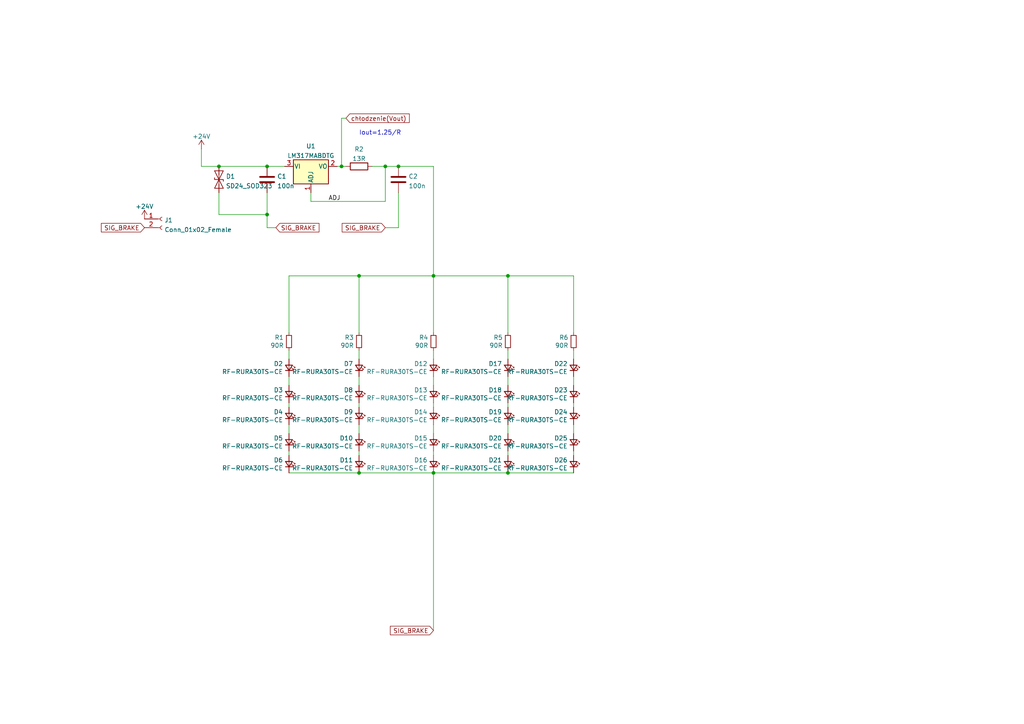
<source format=kicad_sch>
(kicad_sch (version 20211123) (generator eeschema)

  (uuid 31540a7e-dc9e-4e4d-96b1-dab15efa5f4b)

  (paper "A4")

  (title_block
    (title "Brake Light")
    (date "2020-11-22")
    (company "Put Motorsport")
  )

  (lib_symbols
    (symbol "Connector:Conn_01x02_Female" (pin_names (offset 1.016) hide) (in_bom yes) (on_board yes)
      (property "Reference" "J" (id 0) (at 0 2.54 0)
        (effects (font (size 1.27 1.27)))
      )
      (property "Value" "Conn_01x02_Female" (id 1) (at 0 -5.08 0)
        (effects (font (size 1.27 1.27)))
      )
      (property "Footprint" "" (id 2) (at 0 0 0)
        (effects (font (size 1.27 1.27)) hide)
      )
      (property "Datasheet" "~" (id 3) (at 0 0 0)
        (effects (font (size 1.27 1.27)) hide)
      )
      (property "ki_keywords" "connector" (id 4) (at 0 0 0)
        (effects (font (size 1.27 1.27)) hide)
      )
      (property "ki_description" "Generic connector, single row, 01x02, script generated (kicad-library-utils/schlib/autogen/connector/)" (id 5) (at 0 0 0)
        (effects (font (size 1.27 1.27)) hide)
      )
      (property "ki_fp_filters" "Connector*:*_1x??_*" (id 6) (at 0 0 0)
        (effects (font (size 1.27 1.27)) hide)
      )
      (symbol "Conn_01x02_Female_1_1"
        (arc (start 0 -2.032) (mid -0.508 -2.54) (end 0 -3.048)
          (stroke (width 0.1524) (type default) (color 0 0 0 0))
          (fill (type none))
        )
        (polyline
          (pts
            (xy -1.27 -2.54)
            (xy -0.508 -2.54)
          )
          (stroke (width 0.1524) (type default) (color 0 0 0 0))
          (fill (type none))
        )
        (polyline
          (pts
            (xy -1.27 0)
            (xy -0.508 0)
          )
          (stroke (width 0.1524) (type default) (color 0 0 0 0))
          (fill (type none))
        )
        (arc (start 0 0.508) (mid -0.508 0) (end 0 -0.508)
          (stroke (width 0.1524) (type default) (color 0 0 0 0))
          (fill (type none))
        )
        (pin passive line (at -5.08 0 0) (length 3.81)
          (name "Pin_1" (effects (font (size 1.27 1.27))))
          (number "1" (effects (font (size 1.27 1.27))))
        )
        (pin passive line (at -5.08 -2.54 0) (length 3.81)
          (name "Pin_2" (effects (font (size 1.27 1.27))))
          (number "2" (effects (font (size 1.27 1.27))))
        )
      )
    )
    (symbol "Device:C" (pin_numbers hide) (pin_names (offset 0.254)) (in_bom yes) (on_board yes)
      (property "Reference" "C" (id 0) (at 0.635 2.54 0)
        (effects (font (size 1.27 1.27)) (justify left))
      )
      (property "Value" "C" (id 1) (at 0.635 -2.54 0)
        (effects (font (size 1.27 1.27)) (justify left))
      )
      (property "Footprint" "" (id 2) (at 0.9652 -3.81 0)
        (effects (font (size 1.27 1.27)) hide)
      )
      (property "Datasheet" "~" (id 3) (at 0 0 0)
        (effects (font (size 1.27 1.27)) hide)
      )
      (property "ki_keywords" "cap capacitor" (id 4) (at 0 0 0)
        (effects (font (size 1.27 1.27)) hide)
      )
      (property "ki_description" "Unpolarized capacitor" (id 5) (at 0 0 0)
        (effects (font (size 1.27 1.27)) hide)
      )
      (property "ki_fp_filters" "C_*" (id 6) (at 0 0 0)
        (effects (font (size 1.27 1.27)) hide)
      )
      (symbol "C_0_1"
        (polyline
          (pts
            (xy -2.032 -0.762)
            (xy 2.032 -0.762)
          )
          (stroke (width 0.508) (type default) (color 0 0 0 0))
          (fill (type none))
        )
        (polyline
          (pts
            (xy -2.032 0.762)
            (xy 2.032 0.762)
          )
          (stroke (width 0.508) (type default) (color 0 0 0 0))
          (fill (type none))
        )
      )
      (symbol "C_1_1"
        (pin passive line (at 0 3.81 270) (length 2.794)
          (name "~" (effects (font (size 1.27 1.27))))
          (number "1" (effects (font (size 1.27 1.27))))
        )
        (pin passive line (at 0 -3.81 90) (length 2.794)
          (name "~" (effects (font (size 1.27 1.27))))
          (number "2" (effects (font (size 1.27 1.27))))
        )
      )
    )
    (symbol "Device:LED_Small" (pin_numbers hide) (pin_names (offset 0.254) hide) (in_bom yes) (on_board yes)
      (property "Reference" "D" (id 0) (at -1.27 3.175 0)
        (effects (font (size 1.27 1.27)) (justify left))
      )
      (property "Value" "LED_Small" (id 1) (at -4.445 -2.54 0)
        (effects (font (size 1.27 1.27)) (justify left))
      )
      (property "Footprint" "" (id 2) (at 0 0 90)
        (effects (font (size 1.27 1.27)) hide)
      )
      (property "Datasheet" "~" (id 3) (at 0 0 90)
        (effects (font (size 1.27 1.27)) hide)
      )
      (property "ki_keywords" "LED diode light-emitting-diode" (id 4) (at 0 0 0)
        (effects (font (size 1.27 1.27)) hide)
      )
      (property "ki_description" "Light emitting diode, small symbol" (id 5) (at 0 0 0)
        (effects (font (size 1.27 1.27)) hide)
      )
      (property "ki_fp_filters" "LED* LED_SMD:* LED_THT:*" (id 6) (at 0 0 0)
        (effects (font (size 1.27 1.27)) hide)
      )
      (symbol "LED_Small_0_1"
        (polyline
          (pts
            (xy -0.762 -1.016)
            (xy -0.762 1.016)
          )
          (stroke (width 0.254) (type default) (color 0 0 0 0))
          (fill (type none))
        )
        (polyline
          (pts
            (xy 1.016 0)
            (xy -0.762 0)
          )
          (stroke (width 0) (type default) (color 0 0 0 0))
          (fill (type none))
        )
        (polyline
          (pts
            (xy 0.762 -1.016)
            (xy -0.762 0)
            (xy 0.762 1.016)
            (xy 0.762 -1.016)
          )
          (stroke (width 0.254) (type default) (color 0 0 0 0))
          (fill (type none))
        )
        (polyline
          (pts
            (xy 0 0.762)
            (xy -0.508 1.27)
            (xy -0.254 1.27)
            (xy -0.508 1.27)
            (xy -0.508 1.016)
          )
          (stroke (width 0) (type default) (color 0 0 0 0))
          (fill (type none))
        )
        (polyline
          (pts
            (xy 0.508 1.27)
            (xy 0 1.778)
            (xy 0.254 1.778)
            (xy 0 1.778)
            (xy 0 1.524)
          )
          (stroke (width 0) (type default) (color 0 0 0 0))
          (fill (type none))
        )
      )
      (symbol "LED_Small_1_1"
        (pin passive line (at -2.54 0 0) (length 1.778)
          (name "K" (effects (font (size 1.27 1.27))))
          (number "1" (effects (font (size 1.27 1.27))))
        )
        (pin passive line (at 2.54 0 180) (length 1.778)
          (name "A" (effects (font (size 1.27 1.27))))
          (number "2" (effects (font (size 1.27 1.27))))
        )
      )
    )
    (symbol "Device:R" (pin_numbers hide) (pin_names (offset 0)) (in_bom yes) (on_board yes)
      (property "Reference" "R" (id 0) (at 2.032 0 90)
        (effects (font (size 1.27 1.27)))
      )
      (property "Value" "R" (id 1) (at 0 0 90)
        (effects (font (size 1.27 1.27)))
      )
      (property "Footprint" "" (id 2) (at -1.778 0 90)
        (effects (font (size 1.27 1.27)) hide)
      )
      (property "Datasheet" "~" (id 3) (at 0 0 0)
        (effects (font (size 1.27 1.27)) hide)
      )
      (property "ki_keywords" "R res resistor" (id 4) (at 0 0 0)
        (effects (font (size 1.27 1.27)) hide)
      )
      (property "ki_description" "Resistor" (id 5) (at 0 0 0)
        (effects (font (size 1.27 1.27)) hide)
      )
      (property "ki_fp_filters" "R_*" (id 6) (at 0 0 0)
        (effects (font (size 1.27 1.27)) hide)
      )
      (symbol "R_0_1"
        (rectangle (start -1.016 -2.54) (end 1.016 2.54)
          (stroke (width 0.254) (type default) (color 0 0 0 0))
          (fill (type none))
        )
      )
      (symbol "R_1_1"
        (pin passive line (at 0 3.81 270) (length 1.27)
          (name "~" (effects (font (size 1.27 1.27))))
          (number "1" (effects (font (size 1.27 1.27))))
        )
        (pin passive line (at 0 -3.81 90) (length 1.27)
          (name "~" (effects (font (size 1.27 1.27))))
          (number "2" (effects (font (size 1.27 1.27))))
        )
      )
    )
    (symbol "Device:R_Small" (pin_numbers hide) (pin_names (offset 0.254) hide) (in_bom yes) (on_board yes)
      (property "Reference" "R" (id 0) (at 0.762 0.508 0)
        (effects (font (size 1.27 1.27)) (justify left))
      )
      (property "Value" "R_Small" (id 1) (at 0.762 -1.016 0)
        (effects (font (size 1.27 1.27)) (justify left))
      )
      (property "Footprint" "" (id 2) (at 0 0 0)
        (effects (font (size 1.27 1.27)) hide)
      )
      (property "Datasheet" "~" (id 3) (at 0 0 0)
        (effects (font (size 1.27 1.27)) hide)
      )
      (property "ki_keywords" "R resistor" (id 4) (at 0 0 0)
        (effects (font (size 1.27 1.27)) hide)
      )
      (property "ki_description" "Resistor, small symbol" (id 5) (at 0 0 0)
        (effects (font (size 1.27 1.27)) hide)
      )
      (property "ki_fp_filters" "R_*" (id 6) (at 0 0 0)
        (effects (font (size 1.27 1.27)) hide)
      )
      (symbol "R_Small_0_1"
        (rectangle (start -0.762 1.778) (end 0.762 -1.778)
          (stroke (width 0.2032) (type default) (color 0 0 0 0))
          (fill (type none))
        )
      )
      (symbol "R_Small_1_1"
        (pin passive line (at 0 2.54 270) (length 0.762)
          (name "~" (effects (font (size 1.27 1.27))))
          (number "1" (effects (font (size 1.27 1.27))))
        )
        (pin passive line (at 0 -2.54 90) (length 0.762)
          (name "~" (effects (font (size 1.27 1.27))))
          (number "2" (effects (font (size 1.27 1.27))))
        )
      )
    )
    (symbol "Diode:SD24_SOD323" (pin_numbers hide) (pin_names (offset 1.016) hide) (in_bom yes) (on_board yes)
      (property "Reference" "D" (id 0) (at 0 2.54 0)
        (effects (font (size 1.27 1.27)))
      )
      (property "Value" "SD24_SOD323" (id 1) (at 0 -2.54 0)
        (effects (font (size 1.27 1.27)))
      )
      (property "Footprint" "Diode_SMD:D_SOD-323" (id 2) (at 0 -5.08 0)
        (effects (font (size 1.27 1.27)) hide)
      )
      (property "Datasheet" "https://www.littelfuse.com/~/media/electronics/datasheets/tvs_diode_arrays/littelfuse_tvs_diode_array_sd_c_datasheet.pdf.pdf" (id 3) (at 0 0 0)
        (effects (font (size 1.27 1.27)) hide)
      )
      (property "ki_keywords" "transient voltage suppressor thyrector transil" (id 4) (at 0 0 0)
        (effects (font (size 1.27 1.27)) hide)
      )
      (property "ki_description" "24V, 450W Discrete Bidirectional TVS Diode, SOD-323" (id 5) (at 0 0 0)
        (effects (font (size 1.27 1.27)) hide)
      )
      (property "ki_fp_filters" "D?SOD?323*" (id 6) (at 0 0 0)
        (effects (font (size 1.27 1.27)) hide)
      )
      (symbol "SD24_SOD323_0_1"
        (polyline
          (pts
            (xy 1.27 0)
            (xy -1.27 0)
          )
          (stroke (width 0) (type default) (color 0 0 0 0))
          (fill (type none))
        )
        (polyline
          (pts
            (xy -2.54 -1.27)
            (xy 0 0)
            (xy -2.54 1.27)
            (xy -2.54 -1.27)
          )
          (stroke (width 0.2032) (type default) (color 0 0 0 0))
          (fill (type none))
        )
        (polyline
          (pts
            (xy 0.508 1.27)
            (xy 0 1.27)
            (xy 0 -1.27)
            (xy -0.508 -1.27)
          )
          (stroke (width 0.2032) (type default) (color 0 0 0 0))
          (fill (type none))
        )
        (polyline
          (pts
            (xy 2.54 1.27)
            (xy 2.54 -1.27)
            (xy 0 0)
            (xy 2.54 1.27)
          )
          (stroke (width 0.2032) (type default) (color 0 0 0 0))
          (fill (type none))
        )
      )
      (symbol "SD24_SOD323_1_1"
        (pin passive line (at -3.81 0 0) (length 2.54)
          (name "A1" (effects (font (size 1.27 1.27))))
          (number "1" (effects (font (size 1.27 1.27))))
        )
        (pin passive line (at 3.81 0 180) (length 2.54)
          (name "A2" (effects (font (size 1.27 1.27))))
          (number "2" (effects (font (size 1.27 1.27))))
        )
      )
    )
    (symbol "Regulator_Linear:LM317_SOT-223" (pin_names (offset 0.254)) (in_bom yes) (on_board yes)
      (property "Reference" "U" (id 0) (at -3.81 3.175 0)
        (effects (font (size 1.27 1.27)))
      )
      (property "Value" "LM317_SOT-223" (id 1) (at 0 3.175 0)
        (effects (font (size 1.27 1.27)) (justify left))
      )
      (property "Footprint" "Package_TO_SOT_SMD:SOT-223-3_TabPin2" (id 2) (at 0 6.35 0)
        (effects (font (size 1.27 1.27) italic) hide)
      )
      (property "Datasheet" "http://www.ti.com/lit/ds/symlink/lm317.pdf" (id 3) (at 0 0 0)
        (effects (font (size 1.27 1.27)) hide)
      )
      (property "ki_keywords" "Adjustable Voltage Regulator 1A Positive" (id 4) (at 0 0 0)
        (effects (font (size 1.27 1.27)) hide)
      )
      (property "ki_description" "1.5A 35V Adjustable Linear Regulator, SOT-223" (id 5) (at 0 0 0)
        (effects (font (size 1.27 1.27)) hide)
      )
      (property "ki_fp_filters" "SOT?223*TabPin2*" (id 6) (at 0 0 0)
        (effects (font (size 1.27 1.27)) hide)
      )
      (symbol "LM317_SOT-223_0_1"
        (rectangle (start -5.08 1.905) (end 5.08 -5.08)
          (stroke (width 0.254) (type default) (color 0 0 0 0))
          (fill (type background))
        )
      )
      (symbol "LM317_SOT-223_1_1"
        (pin input line (at 0 -7.62 90) (length 2.54)
          (name "ADJ" (effects (font (size 1.27 1.27))))
          (number "1" (effects (font (size 1.27 1.27))))
        )
        (pin power_out line (at 7.62 0 180) (length 2.54)
          (name "VO" (effects (font (size 1.27 1.27))))
          (number "2" (effects (font (size 1.27 1.27))))
        )
        (pin power_in line (at -7.62 0 0) (length 2.54)
          (name "VI" (effects (font (size 1.27 1.27))))
          (number "3" (effects (font (size 1.27 1.27))))
        )
      )
    )
    (symbol "power:+24V" (power) (pin_names (offset 0)) (in_bom yes) (on_board yes)
      (property "Reference" "#PWR" (id 0) (at 0 -3.81 0)
        (effects (font (size 1.27 1.27)) hide)
      )
      (property "Value" "+24V" (id 1) (at 0 3.556 0)
        (effects (font (size 1.27 1.27)))
      )
      (property "Footprint" "" (id 2) (at 0 0 0)
        (effects (font (size 1.27 1.27)) hide)
      )
      (property "Datasheet" "" (id 3) (at 0 0 0)
        (effects (font (size 1.27 1.27)) hide)
      )
      (property "ki_keywords" "power-flag" (id 4) (at 0 0 0)
        (effects (font (size 1.27 1.27)) hide)
      )
      (property "ki_description" "Power symbol creates a global label with name \"+24V\"" (id 5) (at 0 0 0)
        (effects (font (size 1.27 1.27)) hide)
      )
      (symbol "+24V_0_1"
        (polyline
          (pts
            (xy -0.762 1.27)
            (xy 0 2.54)
          )
          (stroke (width 0) (type default) (color 0 0 0 0))
          (fill (type none))
        )
        (polyline
          (pts
            (xy 0 0)
            (xy 0 2.54)
          )
          (stroke (width 0) (type default) (color 0 0 0 0))
          (fill (type none))
        )
        (polyline
          (pts
            (xy 0 2.54)
            (xy 0.762 1.27)
          )
          (stroke (width 0) (type default) (color 0 0 0 0))
          (fill (type none))
        )
      )
      (symbol "+24V_1_1"
        (pin power_in line (at 0 0 90) (length 0) hide
          (name "+24V" (effects (font (size 1.27 1.27))))
          (number "1" (effects (font (size 1.27 1.27))))
        )
      )
    )
  )

  (junction (at 104.14 80.01) (diameter 0) (color 0 0 0 0)
    (uuid 18c61c95-8af1-4986-b67e-c7af9c15ab6b)
  )
  (junction (at 147.32 80.01) (diameter 0) (color 0 0 0 0)
    (uuid 2e90e294-82e1-45da-9bf1-b91dfe0dc8f6)
  )
  (junction (at 77.47 62.23) (diameter 0) (color 0 0 0 0)
    (uuid 3672b147-bfa4-46f4-8fc5-2fafe2b7a955)
  )
  (junction (at 125.73 137.16) (diameter 0) (color 0 0 0 0)
    (uuid 3f4d5ee3-cafe-49b7-9f10-9da137cd002c)
  )
  (junction (at 115.57 48.26) (diameter 0) (color 0 0 0 0)
    (uuid 4979d84b-e3ae-4674-b57b-116ffc3a12da)
  )
  (junction (at 104.14 137.16) (diameter 0) (color 0 0 0 0)
    (uuid 4cfea622-e15b-484a-a2aa-621961cf6026)
  )
  (junction (at 147.32 137.16) (diameter 0) (color 0 0 0 0)
    (uuid 588452ee-d168-4985-99ec-a2ced883aefd)
  )
  (junction (at 111.76 48.26) (diameter 0) (color 0 0 0 0)
    (uuid 76e47f95-fc75-4ab7-9cd0-57e122c346b9)
  )
  (junction (at 125.73 80.01) (diameter 0) (color 0 0 0 0)
    (uuid bde95c06-433a-4c03-bc48-e3abcdb4e054)
  )
  (junction (at 63.5 48.26) (diameter 0) (color 0 0 0 0)
    (uuid d14d1183-06cf-4db2-ad71-312e09b7ea1b)
  )
  (junction (at 77.47 48.26) (diameter 0) (color 0 0 0 0)
    (uuid e45c0561-7a92-4e34-8894-418b78bd3d84)
  )
  (junction (at 99.06 48.26) (diameter 0) (color 0 0 0 0)
    (uuid fd2f316f-f9ef-46a2-bf42-7fd95a49ad3c)
  )

  (wire (pts (xy 166.37 123.19) (xy 166.37 125.73))
    (stroke (width 0) (type default) (color 0 0 0 0))
    (uuid 026ac84e-b8b2-4dd2-b675-8323c24fd778)
  )
  (wire (pts (xy 166.37 137.16) (xy 147.32 137.16))
    (stroke (width 0) (type default) (color 0 0 0 0))
    (uuid 04115f07-479b-42d9-90c5-1e7be33dc7a6)
  )
  (wire (pts (xy 111.76 66.04) (xy 115.57 66.04))
    (stroke (width 0) (type default) (color 0 0 0 0))
    (uuid 06f36666-4084-4e79-aa17-f69b4ddc89fd)
  )
  (wire (pts (xy 166.37 116.84) (xy 166.37 118.11))
    (stroke (width 0) (type default) (color 0 0 0 0))
    (uuid 0bcafe80-ffba-4f1e-ae51-95a595b006db)
  )
  (wire (pts (xy 125.73 182.88) (xy 125.73 137.16))
    (stroke (width 0) (type default) (color 0 0 0 0))
    (uuid 102f5c6f-1ce4-41c9-b410-3a5a3238a770)
  )
  (wire (pts (xy 58.42 43.18) (xy 58.42 48.26))
    (stroke (width 0) (type default) (color 0 0 0 0))
    (uuid 11248071-c272-4d3b-8344-8631a4d978f1)
  )
  (wire (pts (xy 147.32 96.52) (xy 147.32 80.01))
    (stroke (width 0) (type default) (color 0 0 0 0))
    (uuid 180245d9-4a3f-4d1b-adcc-b4eafac722e0)
  )
  (wire (pts (xy 125.73 137.16) (xy 104.14 137.16))
    (stroke (width 0) (type default) (color 0 0 0 0))
    (uuid 1dd43941-a8fa-4620-a10a-96a68d5c3dc9)
  )
  (wire (pts (xy 104.14 116.84) (xy 104.14 118.11))
    (stroke (width 0) (type default) (color 0 0 0 0))
    (uuid 1f9ae101-c652-4998-a503-17aedf3d5746)
  )
  (wire (pts (xy 83.82 101.6) (xy 83.82 104.14))
    (stroke (width 0) (type default) (color 0 0 0 0))
    (uuid 1fbb0219-551e-409b-a61b-76e8cebdfb9d)
  )
  (wire (pts (xy 77.47 66.04) (xy 80.01 66.04))
    (stroke (width 0) (type default) (color 0 0 0 0))
    (uuid 367a9191-3d04-46e6-84ff-c9554ef44296)
  )
  (wire (pts (xy 166.37 80.01) (xy 166.37 96.52))
    (stroke (width 0) (type default) (color 0 0 0 0))
    (uuid 37b6c6d6-3e12-4736-912a-ea6e2bf06721)
  )
  (wire (pts (xy 125.73 101.6) (xy 125.73 104.14))
    (stroke (width 0) (type default) (color 0 0 0 0))
    (uuid 3f43d730-2a73-49fe-9672-32428e7f5b49)
  )
  (wire (pts (xy 99.06 48.26) (xy 100.33 48.26))
    (stroke (width 0) (type default) (color 0 0 0 0))
    (uuid 44badd8d-945c-465b-bf0d-c7896990e815)
  )
  (wire (pts (xy 63.5 62.23) (xy 77.47 62.23))
    (stroke (width 0) (type default) (color 0 0 0 0))
    (uuid 4986b19b-de57-4cc1-ae4c-a81a78d9ba39)
  )
  (wire (pts (xy 104.14 80.01) (xy 125.73 80.01))
    (stroke (width 0) (type default) (color 0 0 0 0))
    (uuid 4e27930e-1827-4788-aa6b-487321d46602)
  )
  (wire (pts (xy 83.82 123.19) (xy 83.82 125.73))
    (stroke (width 0) (type default) (color 0 0 0 0))
    (uuid 54212c01-b363-47b8-a145-45c40df316f4)
  )
  (wire (pts (xy 104.14 109.22) (xy 104.14 111.76))
    (stroke (width 0) (type default) (color 0 0 0 0))
    (uuid 5c30b9b4-3014-4f50-9329-27a539b67e01)
  )
  (wire (pts (xy 147.32 80.01) (xy 125.73 80.01))
    (stroke (width 0) (type default) (color 0 0 0 0))
    (uuid 60aa0ce8-9d0e-48ca-bbf9-866403979e9b)
  )
  (wire (pts (xy 77.47 48.26) (xy 82.55 48.26))
    (stroke (width 0) (type default) (color 0 0 0 0))
    (uuid 64c01c2b-07b2-45c0-9941-ee291c2a7c29)
  )
  (wire (pts (xy 115.57 55.88) (xy 115.57 66.04))
    (stroke (width 0) (type default) (color 0 0 0 0))
    (uuid 6d6fa292-6322-4df6-8069-a63ea37e4e1a)
  )
  (wire (pts (xy 99.06 48.26) (xy 99.06 34.29))
    (stroke (width 0) (type default) (color 0 0 0 0))
    (uuid 7265f5a7-1dba-4cff-a5c1-a7c38460b6b8)
  )
  (wire (pts (xy 63.5 48.26) (xy 77.47 48.26))
    (stroke (width 0) (type default) (color 0 0 0 0))
    (uuid 726696ea-ec32-46ba-9c29-9162f77f508f)
  )
  (wire (pts (xy 83.82 109.22) (xy 83.82 111.76))
    (stroke (width 0) (type default) (color 0 0 0 0))
    (uuid 7bfba61b-6752-4a45-9ee6-5984dcb15041)
  )
  (wire (pts (xy 166.37 80.01) (xy 147.32 80.01))
    (stroke (width 0) (type default) (color 0 0 0 0))
    (uuid 7e1217ba-8a3d-4079-8d7b-b45f90cfbf53)
  )
  (wire (pts (xy 166.37 101.6) (xy 166.37 104.14))
    (stroke (width 0) (type default) (color 0 0 0 0))
    (uuid 86dc7a78-7d51-4111-9eea-8a8f7977eb16)
  )
  (wire (pts (xy 104.14 130.81) (xy 104.14 132.08))
    (stroke (width 0) (type default) (color 0 0 0 0))
    (uuid 88cb65f4-7e9e-44eb-8692-3b6e2e788a94)
  )
  (wire (pts (xy 99.06 34.29) (xy 100.33 34.29))
    (stroke (width 0) (type default) (color 0 0 0 0))
    (uuid 8bf79fff-8abc-45d0-87a9-3a4559306a01)
  )
  (wire (pts (xy 77.47 62.23) (xy 77.47 55.88))
    (stroke (width 0) (type default) (color 0 0 0 0))
    (uuid 8ed37bbe-d24b-4e17-8c07-72be45dc9310)
  )
  (wire (pts (xy 125.73 130.81) (xy 125.73 132.08))
    (stroke (width 0) (type default) (color 0 0 0 0))
    (uuid 9031bb33-c6aa-4758-bf5c-3274ed3ebab7)
  )
  (wire (pts (xy 125.73 109.22) (xy 125.73 111.76))
    (stroke (width 0) (type default) (color 0 0 0 0))
    (uuid 9186dae5-6dc3-4744-9f90-e697559c6ac8)
  )
  (wire (pts (xy 63.5 55.88) (xy 63.5 62.23))
    (stroke (width 0) (type default) (color 0 0 0 0))
    (uuid 959b33c5-e75f-4b27-ac31-59d1d67fe005)
  )
  (wire (pts (xy 83.82 116.84) (xy 83.82 118.11))
    (stroke (width 0) (type default) (color 0 0 0 0))
    (uuid 99dfa524-0366-4808-b4e8-328fc38e8656)
  )
  (wire (pts (xy 104.14 101.6) (xy 104.14 104.14))
    (stroke (width 0) (type default) (color 0 0 0 0))
    (uuid 9a2d648d-863a-4b7b-80f9-d537185c212b)
  )
  (wire (pts (xy 147.32 130.81) (xy 147.32 132.08))
    (stroke (width 0) (type default) (color 0 0 0 0))
    (uuid 9bac9ad3-a7b9-47f0-87c7-d8630653df68)
  )
  (wire (pts (xy 147.32 137.16) (xy 125.73 137.16))
    (stroke (width 0) (type default) (color 0 0 0 0))
    (uuid 9d585858-6d14-41c0-a71a-8a3740c91df7)
  )
  (wire (pts (xy 111.76 48.26) (xy 107.95 48.26))
    (stroke (width 0) (type default) (color 0 0 0 0))
    (uuid 9dcc186a-262b-42c4-989f-5305b6bdef79)
  )
  (wire (pts (xy 104.14 80.01) (xy 83.82 80.01))
    (stroke (width 0) (type default) (color 0 0 0 0))
    (uuid a5be2cb8-c68d-4180-8412-69a6b4c5b1d4)
  )
  (wire (pts (xy 90.17 58.42) (xy 111.76 58.42))
    (stroke (width 0) (type default) (color 0 0 0 0))
    (uuid aa43b791-780a-4166-af38-50fddb0afcd0)
  )
  (wire (pts (xy 125.73 48.26) (xy 115.57 48.26))
    (stroke (width 0) (type default) (color 0 0 0 0))
    (uuid abcad9a8-c235-4a3e-9dbe-46d20357cf28)
  )
  (wire (pts (xy 147.32 116.84) (xy 147.32 118.11))
    (stroke (width 0) (type default) (color 0 0 0 0))
    (uuid af347946-e3da-4427-87ab-77b747929f50)
  )
  (wire (pts (xy 147.32 109.22) (xy 147.32 111.76))
    (stroke (width 0) (type default) (color 0 0 0 0))
    (uuid b6cd701f-4223-4e72-a305-466869ccb250)
  )
  (wire (pts (xy 104.14 137.16) (xy 83.82 137.16))
    (stroke (width 0) (type default) (color 0 0 0 0))
    (uuid bc32bfe1-f778-42a8-8879-2785f51c5b63)
  )
  (wire (pts (xy 83.82 80.01) (xy 83.82 96.52))
    (stroke (width 0) (type default) (color 0 0 0 0))
    (uuid cb721686-5255-4788-a3b0-ce4312e32eb7)
  )
  (wire (pts (xy 125.73 48.26) (xy 125.73 80.01))
    (stroke (width 0) (type default) (color 0 0 0 0))
    (uuid d4db7f11-8cfe-40d2-b021-b36f05241701)
  )
  (wire (pts (xy 147.32 101.6) (xy 147.32 104.14))
    (stroke (width 0) (type default) (color 0 0 0 0))
    (uuid d88958ac-68cd-4955-a63f-0eaa329dec86)
  )
  (wire (pts (xy 166.37 130.81) (xy 166.37 132.08))
    (stroke (width 0) (type default) (color 0 0 0 0))
    (uuid da25bf79-0abb-4fac-a221-ca5c574dfc29)
  )
  (wire (pts (xy 77.47 62.23) (xy 77.47 66.04))
    (stroke (width 0) (type default) (color 0 0 0 0))
    (uuid db8a8fd1-111b-4ac0-b6c1-bd52fa8e8661)
  )
  (wire (pts (xy 111.76 58.42) (xy 111.76 48.26))
    (stroke (width 0) (type default) (color 0 0 0 0))
    (uuid e10a8b96-7dfb-414a-bbf4-6179b4150a4e)
  )
  (wire (pts (xy 58.42 48.26) (xy 63.5 48.26))
    (stroke (width 0) (type default) (color 0 0 0 0))
    (uuid e19f0001-a343-495a-9a0f-3a3b131d7972)
  )
  (wire (pts (xy 166.37 109.22) (xy 166.37 111.76))
    (stroke (width 0) (type default) (color 0 0 0 0))
    (uuid e32ee344-1030-4498-9cac-bfbf7540faf4)
  )
  (wire (pts (xy 104.14 123.19) (xy 104.14 125.73))
    (stroke (width 0) (type default) (color 0 0 0 0))
    (uuid e5b328f6-dc69-4905-ae98-2dc3200a51d6)
  )
  (wire (pts (xy 147.32 123.19) (xy 147.32 125.73))
    (stroke (width 0) (type default) (color 0 0 0 0))
    (uuid e7e08b48-3d04-49da-8349-6de530a20c67)
  )
  (wire (pts (xy 83.82 132.08) (xy 83.82 130.81))
    (stroke (width 0) (type default) (color 0 0 0 0))
    (uuid eba48389-f21b-477f-8217-dbc6e00c1bfd)
  )
  (wire (pts (xy 125.73 96.52) (xy 125.73 80.01))
    (stroke (width 0) (type default) (color 0 0 0 0))
    (uuid ed8a7f02-cf05-41d0-97b4-4388ef205e73)
  )
  (wire (pts (xy 125.73 116.84) (xy 125.73 118.11))
    (stroke (width 0) (type default) (color 0 0 0 0))
    (uuid f1a9fb80-4cc4-410f-9616-e19c969dcab5)
  )
  (wire (pts (xy 115.57 48.26) (xy 111.76 48.26))
    (stroke (width 0) (type default) (color 0 0 0 0))
    (uuid f4606195-bfa4-4286-a09a-c26755dca461)
  )
  (wire (pts (xy 97.79 48.26) (xy 99.06 48.26))
    (stroke (width 0) (type default) (color 0 0 0 0))
    (uuid f63d460c-3c37-45c4-92a4-38e99002bf97)
  )
  (wire (pts (xy 90.17 55.88) (xy 90.17 58.42))
    (stroke (width 0) (type default) (color 0 0 0 0))
    (uuid f85099af-ec03-47e9-87d4-ff0dfcebc672)
  )
  (wire (pts (xy 104.14 96.52) (xy 104.14 80.01))
    (stroke (width 0) (type default) (color 0 0 0 0))
    (uuid faa1812c-fdf3-47ae-9cf4-ae06a263bfbd)
  )
  (wire (pts (xy 125.73 123.19) (xy 125.73 125.73))
    (stroke (width 0) (type default) (color 0 0 0 0))
    (uuid fea7c5d1-76d6-41a0-b5e3-29889dbb8ce0)
  )

  (text "Iout=1.25/R" (at 104.14 39.37 0)
    (effects (font (size 1.27 1.27)) (justify left bottom))
    (uuid b085c97a-7c1f-454f-8332-2fb70a797c7f)
  )

  (label "ADJ" (at 95.25 58.42 0)
    (effects (font (size 1.27 1.27)) (justify left bottom))
    (uuid e282fff1-6ccb-49dd-a7e9-253453505f16)
  )

  (global_label "SIG_BRAKE" (shape input) (at 125.73 182.88 180) (fields_autoplaced)
    (effects (font (size 1.27 1.27)) (justify right))
    (uuid 1eaeb11a-254f-48dc-a4ea-3e68388588c1)
    (property "Intersheet References" "${INTERSHEET_REFS}" (id 0) (at 113.3063 182.9594 0)
      (effects (font (size 1.27 1.27)) (justify right) hide)
    )
  )
  (global_label "SIG_BRAKE" (shape input) (at 111.76 66.04 180) (fields_autoplaced)
    (effects (font (size 1.27 1.27)) (justify right))
    (uuid 1fac4d30-d5d9-4ed1-be8a-e962ea0ddd8a)
    (property "Intersheet References" "${INTERSHEET_REFS}" (id 0) (at 99.3363 66.1194 0)
      (effects (font (size 1.27 1.27)) (justify right) hide)
    )
  )
  (global_label "SIG_BRAKE" (shape input) (at 80.01 66.04 0) (fields_autoplaced)
    (effects (font (size 1.27 1.27)) (justify left))
    (uuid 31da174f-a56c-4b9e-8c3b-a8213539f711)
    (property "Intersheet References" "${INTERSHEET_REFS}" (id 0) (at 92.4337 65.9606 0)
      (effects (font (size 1.27 1.27)) (justify left) hide)
    )
  )
  (global_label "chłodzenie(Vout)" (shape input) (at 100.33 34.29 0) (fields_autoplaced)
    (effects (font (size 1.27 1.27)) (justify left))
    (uuid cacc6291-824a-4539-bb08-6a21121b1a8c)
    (property "Intersheet References" "${INTERSHEET_REFS}" (id 0) (at 118.6199 34.2106 0)
      (effects (font (size 1.27 1.27)) (justify left) hide)
    )
  )
  (global_label "SIG_BRAKE" (shape input) (at 41.91 66.04 180) (fields_autoplaced)
    (effects (font (size 1.27 1.27)) (justify right))
    (uuid d6aa8c6d-912d-40fb-8192-e4a55e1c23ed)
    (property "Intersheet References" "${INTERSHEET_REFS}" (id 0) (at 29.4863 66.1194 0)
      (effects (font (size 1.27 1.27)) (justify right) hide)
    )
  )

  (symbol (lib_id "Device:LED_Small") (at 166.37 106.68 270) (mirror x) (unit 1)
    (in_bom yes) (on_board yes)
    (uuid 00000000-0000-0000-0000-00005fbae060)
    (property "Reference" "D22" (id 0) (at 164.6428 105.5116 90)
      (effects (font (size 1.27 1.27)) (justify right))
    )
    (property "Value" "RF-RURA30TS-CE" (id 1) (at 164.6428 107.823 90)
      (effects (font (size 1.27 1.27)) (justify right))
    )
    (property "Footprint" "LED_SMD:LED_PLCC-2" (id 2) (at 166.37 106.68 90)
      (effects (font (size 1.27 1.27)) hide)
    )
    (property "Datasheet" "~" (id 3) (at 166.37 106.68 90)
      (effects (font (size 1.27 1.27)) hide)
    )
    (pin "1" (uuid 88be3897-0fa0-4b24-91f6-e4114c7e3be6))
    (pin "2" (uuid f17aea61-94f2-4677-bf9d-5d9ff694768c))
  )

  (symbol (lib_id "Device:LED_Small") (at 166.37 114.3 270) (mirror x) (unit 1)
    (in_bom yes) (on_board yes)
    (uuid 00000000-0000-0000-0000-00005fbaf171)
    (property "Reference" "D23" (id 0) (at 164.6428 113.1316 90)
      (effects (font (size 1.27 1.27)) (justify right))
    )
    (property "Value" "RF-RURA30TS-CE" (id 1) (at 164.6428 115.443 90)
      (effects (font (size 1.27 1.27)) (justify right))
    )
    (property "Footprint" "LED_SMD:LED_PLCC-2" (id 2) (at 166.37 114.3 90)
      (effects (font (size 1.27 1.27)) hide)
    )
    (property "Datasheet" "~" (id 3) (at 166.37 114.3 90)
      (effects (font (size 1.27 1.27)) hide)
    )
    (pin "1" (uuid 2205407c-a53e-4bd3-9565-de0a36c286a9))
    (pin "2" (uuid f980576e-e092-4264-a7de-a27f005fad3e))
  )

  (symbol (lib_id "Device:LED_Small") (at 166.37 120.65 270) (mirror x) (unit 1)
    (in_bom yes) (on_board yes)
    (uuid 00000000-0000-0000-0000-00005fbaf3cd)
    (property "Reference" "D24" (id 0) (at 164.6428 119.4816 90)
      (effects (font (size 1.27 1.27)) (justify right))
    )
    (property "Value" "RF-RURA30TS-CE" (id 1) (at 164.6428 121.793 90)
      (effects (font (size 1.27 1.27)) (justify right))
    )
    (property "Footprint" "LED_SMD:LED_PLCC-2" (id 2) (at 166.37 120.65 90)
      (effects (font (size 1.27 1.27)) hide)
    )
    (property "Datasheet" "~" (id 3) (at 166.37 120.65 90)
      (effects (font (size 1.27 1.27)) hide)
    )
    (pin "1" (uuid 2837b477-69a1-47c8-922e-add5f84d6e8a))
    (pin "2" (uuid a9a56920-095c-48b0-9870-cd6aed332d40))
  )

  (symbol (lib_id "Device:LED_Small") (at 166.37 128.27 270) (mirror x) (unit 1)
    (in_bom yes) (on_board yes)
    (uuid 00000000-0000-0000-0000-00005fbaf832)
    (property "Reference" "D25" (id 0) (at 164.6428 127.1016 90)
      (effects (font (size 1.27 1.27)) (justify right))
    )
    (property "Value" "RF-RURA30TS-CE" (id 1) (at 164.6428 129.413 90)
      (effects (font (size 1.27 1.27)) (justify right))
    )
    (property "Footprint" "LED_SMD:LED_PLCC-2" (id 2) (at 166.37 128.27 90)
      (effects (font (size 1.27 1.27)) hide)
    )
    (property "Datasheet" "~" (id 3) (at 166.37 128.27 90)
      (effects (font (size 1.27 1.27)) hide)
    )
    (pin "1" (uuid c9e505c1-bbd2-4a86-8849-0cb3248b9811))
    (pin "2" (uuid 2dcda70f-c8a5-4b92-a6a3-52dae8fe237c))
  )

  (symbol (lib_id "Device:LED_Small") (at 166.37 134.62 270) (mirror x) (unit 1)
    (in_bom yes) (on_board yes)
    (uuid 00000000-0000-0000-0000-00005fbafbcc)
    (property "Reference" "D26" (id 0) (at 164.6428 133.4516 90)
      (effects (font (size 1.27 1.27)) (justify right))
    )
    (property "Value" "RF-RURA30TS-CE" (id 1) (at 164.6428 135.763 90)
      (effects (font (size 1.27 1.27)) (justify right))
    )
    (property "Footprint" "LED_SMD:LED_PLCC-2" (id 2) (at 166.37 134.62 90)
      (effects (font (size 1.27 1.27)) hide)
    )
    (property "Datasheet" "~" (id 3) (at 166.37 134.62 90)
      (effects (font (size 1.27 1.27)) hide)
    )
    (pin "1" (uuid 6aa26ca6-720d-41ef-99cf-000edf99f848))
    (pin "2" (uuid b4336e02-0785-44d1-8b49-408467efb4e3))
  )

  (symbol (lib_id "Device:LED_Small") (at 147.32 106.68 270) (mirror x) (unit 1)
    (in_bom yes) (on_board yes)
    (uuid 00000000-0000-0000-0000-00005fbccb65)
    (property "Reference" "D17" (id 0) (at 145.5928 105.5116 90)
      (effects (font (size 1.27 1.27)) (justify right))
    )
    (property "Value" "RF-RURA30TS-CE" (id 1) (at 145.5928 107.823 90)
      (effects (font (size 1.27 1.27)) (justify right))
    )
    (property "Footprint" "LED_SMD:LED_PLCC-2" (id 2) (at 147.32 106.68 90)
      (effects (font (size 1.27 1.27)) hide)
    )
    (property "Datasheet" "~" (id 3) (at 147.32 106.68 90)
      (effects (font (size 1.27 1.27)) hide)
    )
    (pin "1" (uuid 5040b998-ab4a-4d5d-89d6-03c49ea42e78))
    (pin "2" (uuid d46603bf-e3c4-4674-be84-5308c441cbad))
  )

  (symbol (lib_id "Device:LED_Small") (at 147.32 114.3 270) (mirror x) (unit 1)
    (in_bom yes) (on_board yes)
    (uuid 00000000-0000-0000-0000-00005fbccb6b)
    (property "Reference" "D18" (id 0) (at 145.5928 113.1316 90)
      (effects (font (size 1.27 1.27)) (justify right))
    )
    (property "Value" "RF-RURA30TS-CE" (id 1) (at 145.5928 115.443 90)
      (effects (font (size 1.27 1.27)) (justify right))
    )
    (property "Footprint" "LED_SMD:LED_PLCC-2" (id 2) (at 147.32 114.3 90)
      (effects (font (size 1.27 1.27)) hide)
    )
    (property "Datasheet" "~" (id 3) (at 147.32 114.3 90)
      (effects (font (size 1.27 1.27)) hide)
    )
    (pin "1" (uuid ccfbabad-5a96-4fca-a0fc-b808e5f10a22))
    (pin "2" (uuid 1d2a62f2-25cd-45c9-854b-2e57df96344c))
  )

  (symbol (lib_id "Device:LED_Small") (at 147.32 120.65 270) (mirror x) (unit 1)
    (in_bom yes) (on_board yes)
    (uuid 00000000-0000-0000-0000-00005fbccb71)
    (property "Reference" "D19" (id 0) (at 145.5928 119.4816 90)
      (effects (font (size 1.27 1.27)) (justify right))
    )
    (property "Value" "RF-RURA30TS-CE" (id 1) (at 145.5928 121.793 90)
      (effects (font (size 1.27 1.27)) (justify right))
    )
    (property "Footprint" "LED_SMD:LED_PLCC-2" (id 2) (at 147.32 120.65 90)
      (effects (font (size 1.27 1.27)) hide)
    )
    (property "Datasheet" "~" (id 3) (at 147.32 120.65 90)
      (effects (font (size 1.27 1.27)) hide)
    )
    (pin "1" (uuid 607c0a0d-c0c2-46f8-a663-c3dee69c43d8))
    (pin "2" (uuid 29bf9355-6967-40da-815d-48cd4ed8c32d))
  )

  (symbol (lib_id "Device:LED_Small") (at 147.32 128.27 270) (mirror x) (unit 1)
    (in_bom yes) (on_board yes)
    (uuid 00000000-0000-0000-0000-00005fbccb77)
    (property "Reference" "D20" (id 0) (at 145.5928 127.1016 90)
      (effects (font (size 1.27 1.27)) (justify right))
    )
    (property "Value" "RF-RURA30TS-CE" (id 1) (at 145.5928 129.413 90)
      (effects (font (size 1.27 1.27)) (justify right))
    )
    (property "Footprint" "LED_SMD:LED_PLCC-2" (id 2) (at 147.32 128.27 90)
      (effects (font (size 1.27 1.27)) hide)
    )
    (property "Datasheet" "~" (id 3) (at 147.32 128.27 90)
      (effects (font (size 1.27 1.27)) hide)
    )
    (pin "1" (uuid 0d323cee-dab0-45eb-a25c-3729ac8a357e))
    (pin "2" (uuid 0206d366-3299-4b82-b21b-9ce1750511f6))
  )

  (symbol (lib_id "Device:LED_Small") (at 147.32 134.62 270) (mirror x) (unit 1)
    (in_bom yes) (on_board yes)
    (uuid 00000000-0000-0000-0000-00005fbccb7d)
    (property "Reference" "D21" (id 0) (at 145.5928 133.4516 90)
      (effects (font (size 1.27 1.27)) (justify right))
    )
    (property "Value" "RF-RURA30TS-CE" (id 1) (at 145.5928 135.763 90)
      (effects (font (size 1.27 1.27)) (justify right))
    )
    (property "Footprint" "LED_SMD:LED_PLCC-2" (id 2) (at 147.32 134.62 90)
      (effects (font (size 1.27 1.27)) hide)
    )
    (property "Datasheet" "~" (id 3) (at 147.32 134.62 90)
      (effects (font (size 1.27 1.27)) hide)
    )
    (pin "1" (uuid 89ca9bb4-c9a1-43ac-81a0-0de1e2a1306b))
    (pin "2" (uuid 01d76b03-6799-4c0d-ac45-05c895519597))
  )

  (symbol (lib_id "Device:LED_Small") (at 125.73 106.68 270) (mirror x) (unit 1)
    (in_bom yes) (on_board yes)
    (uuid 00000000-0000-0000-0000-00005fbcfcca)
    (property "Reference" "D12" (id 0) (at 124.0028 105.5116 90)
      (effects (font (size 1.27 1.27)) (justify right))
    )
    (property "Value" "RF-RURA30TS-CE" (id 1) (at 124.0028 107.823 90)
      (effects (font (size 1.27 1.27)) (justify right))
    )
    (property "Footprint" "LED_SMD:LED_PLCC-2" (id 2) (at 125.73 106.68 90)
      (effects (font (size 1.27 1.27)) hide)
    )
    (property "Datasheet" "~" (id 3) (at 125.73 106.68 90)
      (effects (font (size 1.27 1.27)) hide)
    )
    (pin "1" (uuid f47ccbb0-eb4b-4323-a192-846065be22d2))
    (pin "2" (uuid 6068f00f-35cd-42c7-92c6-9b55c65cf299))
  )

  (symbol (lib_id "Device:LED_Small") (at 125.73 114.3 270) (mirror x) (unit 1)
    (in_bom yes) (on_board yes)
    (uuid 00000000-0000-0000-0000-00005fbcfcd0)
    (property "Reference" "D13" (id 0) (at 124.0028 113.1316 90)
      (effects (font (size 1.27 1.27)) (justify right))
    )
    (property "Value" "RF-RURA30TS-CE" (id 1) (at 124.0028 115.443 90)
      (effects (font (size 1.27 1.27)) (justify right))
    )
    (property "Footprint" "LED_SMD:LED_PLCC-2" (id 2) (at 125.73 114.3 90)
      (effects (font (size 1.27 1.27)) hide)
    )
    (property "Datasheet" "~" (id 3) (at 125.73 114.3 90)
      (effects (font (size 1.27 1.27)) hide)
    )
    (pin "1" (uuid 1935c559-3bbb-4a9e-9646-290e52728bfd))
    (pin "2" (uuid f13c8da4-011f-4f22-919f-ce2e2416e005))
  )

  (symbol (lib_id "Device:LED_Small") (at 125.73 120.65 270) (mirror x) (unit 1)
    (in_bom yes) (on_board yes)
    (uuid 00000000-0000-0000-0000-00005fbcfcd6)
    (property "Reference" "D14" (id 0) (at 124.0028 119.4816 90)
      (effects (font (size 1.27 1.27)) (justify right))
    )
    (property "Value" "RF-RURA30TS-CE" (id 1) (at 124.0028 121.793 90)
      (effects (font (size 1.27 1.27)) (justify right))
    )
    (property "Footprint" "LED_SMD:LED_PLCC-2" (id 2) (at 125.73 120.65 90)
      (effects (font (size 1.27 1.27)) hide)
    )
    (property "Datasheet" "~" (id 3) (at 125.73 120.65 90)
      (effects (font (size 1.27 1.27)) hide)
    )
    (pin "1" (uuid e06eb41c-7d8d-4e49-bde2-360c9a0a52a6))
    (pin "2" (uuid a1b21796-aff6-40dc-a468-8767ac8ea5cb))
  )

  (symbol (lib_id "Device:LED_Small") (at 125.73 128.27 270) (mirror x) (unit 1)
    (in_bom yes) (on_board yes)
    (uuid 00000000-0000-0000-0000-00005fbcfcdc)
    (property "Reference" "D15" (id 0) (at 124.0028 127.1016 90)
      (effects (font (size 1.27 1.27)) (justify right))
    )
    (property "Value" "RF-RURA30TS-CE" (id 1) (at 124.0028 129.413 90)
      (effects (font (size 1.27 1.27)) (justify right))
    )
    (property "Footprint" "LED_SMD:LED_PLCC-2" (id 2) (at 125.73 128.27 90)
      (effects (font (size 1.27 1.27)) hide)
    )
    (property "Datasheet" "~" (id 3) (at 125.73 128.27 90)
      (effects (font (size 1.27 1.27)) hide)
    )
    (pin "1" (uuid 171b9375-4485-4c8c-8b78-e53862734da4))
    (pin "2" (uuid 256f307f-4cd6-4063-990c-5f520e94c688))
  )

  (symbol (lib_id "Device:LED_Small") (at 125.73 134.62 270) (mirror x) (unit 1)
    (in_bom yes) (on_board yes)
    (uuid 00000000-0000-0000-0000-00005fbcfce2)
    (property "Reference" "D16" (id 0) (at 124.0028 133.4516 90)
      (effects (font (size 1.27 1.27)) (justify right))
    )
    (property "Value" "RF-RURA30TS-CE" (id 1) (at 124.0028 135.763 90)
      (effects (font (size 1.27 1.27)) (justify right))
    )
    (property "Footprint" "LED_SMD:LED_PLCC-2" (id 2) (at 125.73 134.62 90)
      (effects (font (size 1.27 1.27)) hide)
    )
    (property "Datasheet" "~" (id 3) (at 125.73 134.62 90)
      (effects (font (size 1.27 1.27)) hide)
    )
    (pin "1" (uuid ac826c4e-ec73-444d-ba45-ef9ab2e40273))
    (pin "2" (uuid 31ba6a46-4354-4e3f-9b8f-c395642de787))
  )

  (symbol (lib_id "Device:LED_Small") (at 104.14 106.68 270) (mirror x) (unit 1)
    (in_bom yes) (on_board yes)
    (uuid 00000000-0000-0000-0000-00005fbd344d)
    (property "Reference" "D7" (id 0) (at 102.4128 105.5116 90)
      (effects (font (size 1.27 1.27)) (justify right))
    )
    (property "Value" "RF-RURA30TS-CE" (id 1) (at 102.4128 107.823 90)
      (effects (font (size 1.27 1.27)) (justify right))
    )
    (property "Footprint" "LED_SMD:LED_PLCC-2" (id 2) (at 104.14 106.68 90)
      (effects (font (size 1.27 1.27)) hide)
    )
    (property "Datasheet" "~" (id 3) (at 104.14 106.68 90)
      (effects (font (size 1.27 1.27)) hide)
    )
    (pin "1" (uuid ccb798bc-765d-4dcc-82f2-705e6591c16c))
    (pin "2" (uuid f2be6abf-f164-4bc2-9750-268cb2e65ea9))
  )

  (symbol (lib_id "Device:LED_Small") (at 104.14 114.3 270) (mirror x) (unit 1)
    (in_bom yes) (on_board yes)
    (uuid 00000000-0000-0000-0000-00005fbd3453)
    (property "Reference" "D8" (id 0) (at 102.4128 113.1316 90)
      (effects (font (size 1.27 1.27)) (justify right))
    )
    (property "Value" "RF-RURA30TS-CE" (id 1) (at 102.4128 115.443 90)
      (effects (font (size 1.27 1.27)) (justify right))
    )
    (property "Footprint" "LED_SMD:LED_PLCC-2" (id 2) (at 104.14 114.3 90)
      (effects (font (size 1.27 1.27)) hide)
    )
    (property "Datasheet" "~" (id 3) (at 104.14 114.3 90)
      (effects (font (size 1.27 1.27)) hide)
    )
    (pin "1" (uuid 4b7a4a2f-bb1a-4b59-9846-536833eb5013))
    (pin "2" (uuid abd85f65-00be-4ffe-aba9-db38fa6633ad))
  )

  (symbol (lib_id "Device:LED_Small") (at 104.14 120.65 270) (mirror x) (unit 1)
    (in_bom yes) (on_board yes)
    (uuid 00000000-0000-0000-0000-00005fbd3459)
    (property "Reference" "D9" (id 0) (at 102.4128 119.4816 90)
      (effects (font (size 1.27 1.27)) (justify right))
    )
    (property "Value" "RF-RURA30TS-CE" (id 1) (at 102.4128 121.793 90)
      (effects (font (size 1.27 1.27)) (justify right))
    )
    (property "Footprint" "LED_SMD:LED_PLCC-2" (id 2) (at 104.14 120.65 90)
      (effects (font (size 1.27 1.27)) hide)
    )
    (property "Datasheet" "~" (id 3) (at 104.14 120.65 90)
      (effects (font (size 1.27 1.27)) hide)
    )
    (pin "1" (uuid 39c42cea-e851-43b5-ac0e-41b07ba8bd1d))
    (pin "2" (uuid 643819d3-8bc5-43de-95fb-13a68a8e59c2))
  )

  (symbol (lib_id "Device:LED_Small") (at 104.14 128.27 270) (mirror x) (unit 1)
    (in_bom yes) (on_board yes)
    (uuid 00000000-0000-0000-0000-00005fbd345f)
    (property "Reference" "D10" (id 0) (at 102.4128 127.1016 90)
      (effects (font (size 1.27 1.27)) (justify right))
    )
    (property "Value" "RF-RURA30TS-CE" (id 1) (at 102.4128 129.413 90)
      (effects (font (size 1.27 1.27)) (justify right))
    )
    (property "Footprint" "LED_SMD:LED_PLCC-2" (id 2) (at 104.14 128.27 90)
      (effects (font (size 1.27 1.27)) hide)
    )
    (property "Datasheet" "~" (id 3) (at 104.14 128.27 90)
      (effects (font (size 1.27 1.27)) hide)
    )
    (pin "1" (uuid 4767e57f-4e46-4a1c-ad59-f4ba9b388f47))
    (pin "2" (uuid 15d7baa9-c6bf-4c0d-8cb7-f5408e3568b5))
  )

  (symbol (lib_id "Device:LED_Small") (at 104.14 134.62 270) (mirror x) (unit 1)
    (in_bom yes) (on_board yes)
    (uuid 00000000-0000-0000-0000-00005fbd3465)
    (property "Reference" "D11" (id 0) (at 102.4128 133.4516 90)
      (effects (font (size 1.27 1.27)) (justify right))
    )
    (property "Value" "RF-RURA30TS-CE" (id 1) (at 102.4128 135.763 90)
      (effects (font (size 1.27 1.27)) (justify right))
    )
    (property "Footprint" "LED_SMD:LED_PLCC-2" (id 2) (at 104.14 134.62 90)
      (effects (font (size 1.27 1.27)) hide)
    )
    (property "Datasheet" "~" (id 3) (at 104.14 134.62 90)
      (effects (font (size 1.27 1.27)) hide)
    )
    (pin "1" (uuid 237b79f4-387f-4524-bbf3-5ce7464112f5))
    (pin "2" (uuid e72296f5-4107-464d-8b8b-672d9e5e5450))
  )

  (symbol (lib_id "Device:LED_Small") (at 83.82 106.68 270) (mirror x) (unit 1)
    (in_bom yes) (on_board yes)
    (uuid 00000000-0000-0000-0000-00005fbd6840)
    (property "Reference" "D2" (id 0) (at 82.0928 105.5116 90)
      (effects (font (size 1.27 1.27)) (justify right))
    )
    (property "Value" "RF-RURA30TS-CE" (id 1) (at 82.0928 107.823 90)
      (effects (font (size 1.27 1.27)) (justify right))
    )
    (property "Footprint" "LED_SMD:LED_PLCC-2" (id 2) (at 83.82 106.68 90)
      (effects (font (size 1.27 1.27)) hide)
    )
    (property "Datasheet" "~" (id 3) (at 83.82 106.68 90)
      (effects (font (size 1.27 1.27)) hide)
    )
    (pin "1" (uuid 70971ca7-b3b2-404d-9899-711df048c581))
    (pin "2" (uuid 996165cd-e31e-426e-9147-500f04f8fc3c))
  )

  (symbol (lib_id "Device:LED_Small") (at 83.82 114.3 270) (mirror x) (unit 1)
    (in_bom yes) (on_board yes)
    (uuid 00000000-0000-0000-0000-00005fbd6846)
    (property "Reference" "D3" (id 0) (at 82.0928 113.1316 90)
      (effects (font (size 1.27 1.27)) (justify right))
    )
    (property "Value" "RF-RURA30TS-CE" (id 1) (at 82.0928 115.443 90)
      (effects (font (size 1.27 1.27)) (justify right))
    )
    (property "Footprint" "LED_SMD:LED_PLCC-2" (id 2) (at 83.82 114.3 90)
      (effects (font (size 1.27 1.27)) hide)
    )
    (property "Datasheet" "~" (id 3) (at 83.82 114.3 90)
      (effects (font (size 1.27 1.27)) hide)
    )
    (pin "1" (uuid b530d75d-fae9-4876-99ed-8a2caccf4daf))
    (pin "2" (uuid eea87d3c-b727-4c6c-8662-9cef8fab855c))
  )

  (symbol (lib_id "Device:LED_Small") (at 83.82 120.65 270) (mirror x) (unit 1)
    (in_bom yes) (on_board yes)
    (uuid 00000000-0000-0000-0000-00005fbd684c)
    (property "Reference" "D4" (id 0) (at 82.0928 119.4816 90)
      (effects (font (size 1.27 1.27)) (justify right))
    )
    (property "Value" "RF-RURA30TS-CE" (id 1) (at 82.0928 121.793 90)
      (effects (font (size 1.27 1.27)) (justify right))
    )
    (property "Footprint" "LED_SMD:LED_PLCC-2" (id 2) (at 83.82 120.65 90)
      (effects (font (size 1.27 1.27)) hide)
    )
    (property "Datasheet" "~" (id 3) (at 83.82 120.65 90)
      (effects (font (size 1.27 1.27)) hide)
    )
    (pin "1" (uuid 72df5c05-b09a-45ed-8743-dcf9641b05ca))
    (pin "2" (uuid 495f9989-b797-435a-8b62-b07821abbd4d))
  )

  (symbol (lib_id "Device:LED_Small") (at 83.82 128.27 270) (mirror x) (unit 1)
    (in_bom yes) (on_board yes)
    (uuid 00000000-0000-0000-0000-00005fbd6852)
    (property "Reference" "D5" (id 0) (at 82.0928 127.1016 90)
      (effects (font (size 1.27 1.27)) (justify right))
    )
    (property "Value" "RF-RURA30TS-CE" (id 1) (at 82.0928 129.413 90)
      (effects (font (size 1.27 1.27)) (justify right))
    )
    (property "Footprint" "LED_SMD:LED_PLCC-2" (id 2) (at 83.82 128.27 90)
      (effects (font (size 1.27 1.27)) hide)
    )
    (property "Datasheet" "~" (id 3) (at 83.82 128.27 90)
      (effects (font (size 1.27 1.27)) hide)
    )
    (pin "1" (uuid d2733ef0-45ba-42f8-b732-aa16695fb6ef))
    (pin "2" (uuid c82c8bf8-47eb-442e-9d5c-0487e0a667fe))
  )

  (symbol (lib_id "Device:R_Small") (at 83.82 99.06 0) (mirror y) (unit 1)
    (in_bom yes) (on_board yes)
    (uuid 00000000-0000-0000-0000-00005fbd685e)
    (property "Reference" "R1" (id 0) (at 82.3214 97.8916 0)
      (effects (font (size 1.27 1.27)) (justify left))
    )
    (property "Value" "90R" (id 1) (at 82.3214 100.203 0)
      (effects (font (size 1.27 1.27)) (justify left))
    )
    (property "Footprint" "Resistor_SMD:R_0603_1608Metric" (id 2) (at 83.82 99.06 0)
      (effects (font (size 1.27 1.27)) hide)
    )
    (property "Datasheet" "~" (id 3) (at 83.82 99.06 0)
      (effects (font (size 1.27 1.27)) hide)
    )
    (pin "1" (uuid c5a7322f-3853-4396-88a5-7a9f61e90230))
    (pin "2" (uuid d25f722d-4acf-4cb0-bb27-6012a510180f))
  )

  (symbol (lib_id "power:+24V") (at 41.91 63.5 0) (unit 1)
    (in_bom yes) (on_board yes) (fields_autoplaced)
    (uuid 0cbb4dd4-56b4-4faf-a07a-b5320483313b)
    (property "Reference" "#PWR01" (id 0) (at 41.91 67.31 0)
      (effects (font (size 1.27 1.27)) hide)
    )
    (property "Value" "+24V" (id 1) (at 41.91 59.8955 0))
    (property "Footprint" "" (id 2) (at 41.91 63.5 0)
      (effects (font (size 1.27 1.27)) hide)
    )
    (property "Datasheet" "" (id 3) (at 41.91 63.5 0)
      (effects (font (size 1.27 1.27)) hide)
    )
    (pin "1" (uuid 8c110246-3185-465e-87b6-fc62f78275a6))
  )

  (symbol (lib_id "Regulator_Linear:LM317_SOT-223") (at 90.17 48.26 0) (unit 1)
    (in_bom yes) (on_board yes) (fields_autoplaced)
    (uuid 12e1028f-dac2-40df-915f-16b9e7008818)
    (property "Reference" "U1" (id 0) (at 90.17 42.3885 0))
    (property "Value" "LM317MABDTG" (id 1) (at 90.17 45.1636 0))
    (property "Footprint" "footprint:NVD5117PLT4GVF01" (id 2) (at 90.17 41.91 0)
      (effects (font (size 1.27 1.27) italic) hide)
    )
    (property "Datasheet" "https://www.mouser.pl/ProductDetail/onsemi/LM317MABDTG?qs=2OtswVQKCOGEzhsRL8SJ6g%3D%3D" (id 3) (at 90.17 48.26 0)
      (effects (font (size 1.27 1.27)) hide)
    )
    (pin "1" (uuid 2781c252-4db3-4df8-9a4f-35fa19c2edd5))
    (pin "2" (uuid e400f57f-b100-4f7b-95da-ae3f3125c29e))
    (pin "3" (uuid 7e98a4f7-cc9b-4601-93c3-14662280060d))
  )

  (symbol (lib_id "Diode:SD24_SOD323") (at 63.5 52.07 270) (unit 1)
    (in_bom yes) (on_board yes) (fields_autoplaced)
    (uuid 13e6ddf7-0555-4e34-85e6-2bab59afa4a2)
    (property "Reference" "D1" (id 0) (at 65.5066 51.1615 90)
      (effects (font (size 1.27 1.27)) (justify left))
    )
    (property "Value" "SD24_SOD323" (id 1) (at 65.5066 53.9366 90)
      (effects (font (size 1.27 1.27)) (justify left))
    )
    (property "Footprint" "Diode_SMD:D_SOD-323" (id 2) (at 58.42 52.07 0)
      (effects (font (size 1.27 1.27)) hide)
    )
    (property "Datasheet" "https://www.littelfuse.com/~/media/electronics/datasheets/tvs_diode_arrays/littelfuse_tvs_diode_array_sd_c_datasheet.pdf.pdf" (id 3) (at 63.5 52.07 0)
      (effects (font (size 1.27 1.27)) hide)
    )
    (pin "1" (uuid d81586ad-ce04-4bca-b06a-8e98c0415be4))
    (pin "2" (uuid 5f479bd1-ee49-4382-ad35-f0a20bbd773b))
  )

  (symbol (lib_id "Device:R_Small") (at 147.32 99.06 0) (mirror y) (unit 1)
    (in_bom yes) (on_board yes)
    (uuid 3061d82a-f521-41df-a0fa-64593705f570)
    (property "Reference" "R5" (id 0) (at 145.8214 97.8916 0)
      (effects (font (size 1.27 1.27)) (justify left))
    )
    (property "Value" "90R" (id 1) (at 145.8214 100.203 0)
      (effects (font (size 1.27 1.27)) (justify left))
    )
    (property "Footprint" "Resistor_SMD:R_0603_1608Metric" (id 2) (at 147.32 99.06 0)
      (effects (font (size 1.27 1.27)) hide)
    )
    (property "Datasheet" "~" (id 3) (at 147.32 99.06 0)
      (effects (font (size 1.27 1.27)) hide)
    )
    (pin "1" (uuid 6fd7fbb5-efcb-49fa-b153-f6c9cf0b5482))
    (pin "2" (uuid fa8a86c5-3a09-4a0e-80b2-695a5e77fffe))
  )

  (symbol (lib_id "Device:C") (at 77.47 52.07 0) (unit 1)
    (in_bom yes) (on_board yes) (fields_autoplaced)
    (uuid 31a87c8a-4b46-4a45-a3a8-8766e92b52ee)
    (property "Reference" "C1" (id 0) (at 80.391 51.1615 0)
      (effects (font (size 1.27 1.27)) (justify left))
    )
    (property "Value" "100n" (id 1) (at 80.391 53.9366 0)
      (effects (font (size 1.27 1.27)) (justify left))
    )
    (property "Footprint" "Capacitor_SMD:C_0603_1608Metric" (id 2) (at 78.4352 55.88 0)
      (effects (font (size 1.27 1.27)) hide)
    )
    (property "Datasheet" "~" (id 3) (at 77.47 52.07 0)
      (effects (font (size 1.27 1.27)) hide)
    )
    (pin "1" (uuid 9f0dbbd6-3da3-4f01-abb5-c0e80b7e9eeb))
    (pin "2" (uuid c1ae014a-89c9-4c0c-8a54-a6ac1ca630a0))
  )

  (symbol (lib_id "Device:R_Small") (at 104.14 99.06 0) (mirror y) (unit 1)
    (in_bom yes) (on_board yes)
    (uuid 644ab6e0-e93e-472a-b700-ba7cf4e2ae47)
    (property "Reference" "R3" (id 0) (at 102.6414 97.8916 0)
      (effects (font (size 1.27 1.27)) (justify left))
    )
    (property "Value" "90R" (id 1) (at 102.6414 100.203 0)
      (effects (font (size 1.27 1.27)) (justify left))
    )
    (property "Footprint" "Resistor_SMD:R_0603_1608Metric" (id 2) (at 104.14 99.06 0)
      (effects (font (size 1.27 1.27)) hide)
    )
    (property "Datasheet" "~" (id 3) (at 104.14 99.06 0)
      (effects (font (size 1.27 1.27)) hide)
    )
    (pin "1" (uuid 2e3ad540-9d25-448a-8d4c-3beda14a9d37))
    (pin "2" (uuid 48482a3f-cc59-49d0-ba7b-cafc72c21088))
  )

  (symbol (lib_id "Device:R_Small") (at 166.37 99.06 0) (mirror y) (unit 1)
    (in_bom yes) (on_board yes)
    (uuid 936f6512-51ea-46e9-a2f0-c6b37b4c2bc3)
    (property "Reference" "R6" (id 0) (at 164.8714 97.8916 0)
      (effects (font (size 1.27 1.27)) (justify left))
    )
    (property "Value" "90R" (id 1) (at 164.8714 100.203 0)
      (effects (font (size 1.27 1.27)) (justify left))
    )
    (property "Footprint" "Resistor_SMD:R_0603_1608Metric" (id 2) (at 166.37 99.06 0)
      (effects (font (size 1.27 1.27)) hide)
    )
    (property "Datasheet" "~" (id 3) (at 166.37 99.06 0)
      (effects (font (size 1.27 1.27)) hide)
    )
    (pin "1" (uuid e220daad-7be0-47bc-93cb-9ce6636853de))
    (pin "2" (uuid 35352a2b-5009-45ee-8911-1dd9fab1a163))
  )

  (symbol (lib_id "Device:R") (at 104.14 48.26 90) (unit 1)
    (in_bom yes) (on_board yes) (fields_autoplaced)
    (uuid a40d4c52-b24f-46f1-9f57-644ec516503f)
    (property "Reference" "R2" (id 0) (at 104.14 43.2775 90))
    (property "Value" "13R" (id 1) (at 104.14 46.0526 90))
    (property "Footprint" "Resistor_SMD:R_1206_3216Metric" (id 2) (at 104.14 50.038 90)
      (effects (font (size 1.27 1.27)) hide)
    )
    (property "Datasheet" "~" (id 3) (at 104.14 48.26 0)
      (effects (font (size 1.27 1.27)) hide)
    )
    (pin "1" (uuid 28850efb-dd52-49ed-8cb8-a842e771deb2))
    (pin "2" (uuid 514db353-41d7-4c38-87f4-a79426b63e13))
  )

  (symbol (lib_id "power:+24V") (at 58.42 43.18 0) (unit 1)
    (in_bom yes) (on_board yes) (fields_autoplaced)
    (uuid c147e8af-96f3-4fd2-9bb9-1b4816490efc)
    (property "Reference" "#PWR02" (id 0) (at 58.42 46.99 0)
      (effects (font (size 1.27 1.27)) hide)
    )
    (property "Value" "+24V" (id 1) (at 58.42 39.5755 0))
    (property "Footprint" "" (id 2) (at 58.42 43.18 0)
      (effects (font (size 1.27 1.27)) hide)
    )
    (property "Datasheet" "" (id 3) (at 58.42 43.18 0)
      (effects (font (size 1.27 1.27)) hide)
    )
    (pin "1" (uuid 55afbacd-7f25-4459-a8c8-e7cd74c41cfb))
  )

  (symbol (lib_id "Connector:Conn_01x02_Female") (at 46.99 63.5 0) (unit 1)
    (in_bom yes) (on_board yes) (fields_autoplaced)
    (uuid c2fd4927-8431-4c85-b75d-1336c8306cc2)
    (property "Reference" "J1" (id 0) (at 47.7012 63.8615 0)
      (effects (font (size 1.27 1.27)) (justify left))
    )
    (property "Value" "Conn_01x02_Female" (id 1) (at 47.7012 66.6366 0)
      (effects (font (size 1.27 1.27)) (justify left))
    )
    (property "Footprint" "footprint:LEMO EEG00302CLL" (id 2) (at 46.99 63.5 0)
      (effects (font (size 1.27 1.27)) hide)
    )
    (property "Datasheet" "https://www.mouser.pl/datasheet/2/232/EEG_00_302_CLL-1844805.pdf" (id 3) (at 46.99 63.5 0)
      (effects (font (size 1.27 1.27)) hide)
    )
    (pin "1" (uuid bc12d55d-3029-4430-9232-337b1a62028e))
    (pin "2" (uuid 67ddd466-4c05-43d1-b9c1-73558050f6fc))
  )

  (symbol (lib_id "Device:LED_Small") (at 83.82 134.62 270) (mirror x) (unit 1)
    (in_bom yes) (on_board yes)
    (uuid ca183280-0fbb-42cc-82f4-1cb78e48b9c2)
    (property "Reference" "D6" (id 0) (at 82.0928 133.4516 90)
      (effects (font (size 1.27 1.27)) (justify right))
    )
    (property "Value" "RF-RURA30TS-CE" (id 1) (at 82.0928 135.763 90)
      (effects (font (size 1.27 1.27)) (justify right))
    )
    (property "Footprint" "LED_SMD:LED_PLCC-2" (id 2) (at 83.82 134.62 90)
      (effects (font (size 1.27 1.27)) hide)
    )
    (property "Datasheet" "~" (id 3) (at 83.82 134.62 90)
      (effects (font (size 1.27 1.27)) hide)
    )
    (pin "1" (uuid 7b576a75-e4f9-4771-97da-2fe42219b533))
    (pin "2" (uuid e1f95208-6d1f-48bd-b627-4e6d933cb9ee))
  )

  (symbol (lib_id "Device:R_Small") (at 125.73 99.06 0) (mirror y) (unit 1)
    (in_bom yes) (on_board yes)
    (uuid cd5cf33f-3e4f-4e44-80c7-3056995720ce)
    (property "Reference" "R4" (id 0) (at 124.2314 97.8916 0)
      (effects (font (size 1.27 1.27)) (justify left))
    )
    (property "Value" "90R" (id 1) (at 124.2314 100.203 0)
      (effects (font (size 1.27 1.27)) (justify left))
    )
    (property "Footprint" "Resistor_SMD:R_0603_1608Metric" (id 2) (at 125.73 99.06 0)
      (effects (font (size 1.27 1.27)) hide)
    )
    (property "Datasheet" "~" (id 3) (at 125.73 99.06 0)
      (effects (font (size 1.27 1.27)) hide)
    )
    (pin "1" (uuid 6a81b78d-1908-4613-a02c-4d93820cdb96))
    (pin "2" (uuid 12a1cc7c-ba64-4965-9131-cc427b930c5d))
  )

  (symbol (lib_id "Device:C") (at 115.57 52.07 0) (unit 1)
    (in_bom yes) (on_board yes) (fields_autoplaced)
    (uuid d1904359-723a-45b6-9932-4e43b10256e8)
    (property "Reference" "C2" (id 0) (at 118.491 51.1615 0)
      (effects (font (size 1.27 1.27)) (justify left))
    )
    (property "Value" "100n" (id 1) (at 118.491 53.9366 0)
      (effects (font (size 1.27 1.27)) (justify left))
    )
    (property "Footprint" "Capacitor_SMD:C_0603_1608Metric" (id 2) (at 116.5352 55.88 0)
      (effects (font (size 1.27 1.27)) hide)
    )
    (property "Datasheet" "~" (id 3) (at 115.57 52.07 0)
      (effects (font (size 1.27 1.27)) hide)
    )
    (pin "1" (uuid 6f76b1bf-f534-4bc2-9d8d-982038a98c50))
    (pin "2" (uuid 074c86e1-bf57-418e-b193-f4c7c5b94566))
  )

  (sheet_instances
    (path "/" (page "1"))
  )

  (symbol_instances
    (path "/0cbb4dd4-56b4-4faf-a07a-b5320483313b"
      (reference "#PWR01") (unit 1) (value "+24V") (footprint "")
    )
    (path "/c147e8af-96f3-4fd2-9bb9-1b4816490efc"
      (reference "#PWR02") (unit 1) (value "+24V") (footprint "")
    )
    (path "/31a87c8a-4b46-4a45-a3a8-8766e92b52ee"
      (reference "C1") (unit 1) (value "100n") (footprint "Capacitor_SMD:C_0603_1608Metric")
    )
    (path "/d1904359-723a-45b6-9932-4e43b10256e8"
      (reference "C2") (unit 1) (value "100n") (footprint "Capacitor_SMD:C_0603_1608Metric")
    )
    (path "/13e6ddf7-0555-4e34-85e6-2bab59afa4a2"
      (reference "D1") (unit 1) (value "SD24_SOD323") (footprint "Diode_SMD:D_SOD-323")
    )
    (path "/00000000-0000-0000-0000-00005fbd6840"
      (reference "D2") (unit 1) (value "RF-RURA30TS-CE") (footprint "LED_SMD:LED_PLCC-2")
    )
    (path "/00000000-0000-0000-0000-00005fbd6846"
      (reference "D3") (unit 1) (value "RF-RURA30TS-CE") (footprint "LED_SMD:LED_PLCC-2")
    )
    (path "/00000000-0000-0000-0000-00005fbd684c"
      (reference "D4") (unit 1) (value "RF-RURA30TS-CE") (footprint "LED_SMD:LED_PLCC-2")
    )
    (path "/00000000-0000-0000-0000-00005fbd6852"
      (reference "D5") (unit 1) (value "RF-RURA30TS-CE") (footprint "LED_SMD:LED_PLCC-2")
    )
    (path "/ca183280-0fbb-42cc-82f4-1cb78e48b9c2"
      (reference "D6") (unit 1) (value "RF-RURA30TS-CE") (footprint "LED_SMD:LED_PLCC-2")
    )
    (path "/00000000-0000-0000-0000-00005fbd344d"
      (reference "D7") (unit 1) (value "RF-RURA30TS-CE") (footprint "LED_SMD:LED_PLCC-2")
    )
    (path "/00000000-0000-0000-0000-00005fbd3453"
      (reference "D8") (unit 1) (value "RF-RURA30TS-CE") (footprint "LED_SMD:LED_PLCC-2")
    )
    (path "/00000000-0000-0000-0000-00005fbd3459"
      (reference "D9") (unit 1) (value "RF-RURA30TS-CE") (footprint "LED_SMD:LED_PLCC-2")
    )
    (path "/00000000-0000-0000-0000-00005fbd345f"
      (reference "D10") (unit 1) (value "RF-RURA30TS-CE") (footprint "LED_SMD:LED_PLCC-2")
    )
    (path "/00000000-0000-0000-0000-00005fbd3465"
      (reference "D11") (unit 1) (value "RF-RURA30TS-CE") (footprint "LED_SMD:LED_PLCC-2")
    )
    (path "/00000000-0000-0000-0000-00005fbcfcca"
      (reference "D12") (unit 1) (value "RF-RURA30TS-CE") (footprint "LED_SMD:LED_PLCC-2")
    )
    (path "/00000000-0000-0000-0000-00005fbcfcd0"
      (reference "D13") (unit 1) (value "RF-RURA30TS-CE") (footprint "LED_SMD:LED_PLCC-2")
    )
    (path "/00000000-0000-0000-0000-00005fbcfcd6"
      (reference "D14") (unit 1) (value "RF-RURA30TS-CE") (footprint "LED_SMD:LED_PLCC-2")
    )
    (path "/00000000-0000-0000-0000-00005fbcfcdc"
      (reference "D15") (unit 1) (value "RF-RURA30TS-CE") (footprint "LED_SMD:LED_PLCC-2")
    )
    (path "/00000000-0000-0000-0000-00005fbcfce2"
      (reference "D16") (unit 1) (value "RF-RURA30TS-CE") (footprint "LED_SMD:LED_PLCC-2")
    )
    (path "/00000000-0000-0000-0000-00005fbccb65"
      (reference "D17") (unit 1) (value "RF-RURA30TS-CE") (footprint "LED_SMD:LED_PLCC-2")
    )
    (path "/00000000-0000-0000-0000-00005fbccb6b"
      (reference "D18") (unit 1) (value "RF-RURA30TS-CE") (footprint "LED_SMD:LED_PLCC-2")
    )
    (path "/00000000-0000-0000-0000-00005fbccb71"
      (reference "D19") (unit 1) (value "RF-RURA30TS-CE") (footprint "LED_SMD:LED_PLCC-2")
    )
    (path "/00000000-0000-0000-0000-00005fbccb77"
      (reference "D20") (unit 1) (value "RF-RURA30TS-CE") (footprint "LED_SMD:LED_PLCC-2")
    )
    (path "/00000000-0000-0000-0000-00005fbccb7d"
      (reference "D21") (unit 1) (value "RF-RURA30TS-CE") (footprint "LED_SMD:LED_PLCC-2")
    )
    (path "/00000000-0000-0000-0000-00005fbae060"
      (reference "D22") (unit 1) (value "RF-RURA30TS-CE") (footprint "LED_SMD:LED_PLCC-2")
    )
    (path "/00000000-0000-0000-0000-00005fbaf171"
      (reference "D23") (unit 1) (value "RF-RURA30TS-CE") (footprint "LED_SMD:LED_PLCC-2")
    )
    (path "/00000000-0000-0000-0000-00005fbaf3cd"
      (reference "D24") (unit 1) (value "RF-RURA30TS-CE") (footprint "LED_SMD:LED_PLCC-2")
    )
    (path "/00000000-0000-0000-0000-00005fbaf832"
      (reference "D25") (unit 1) (value "RF-RURA30TS-CE") (footprint "LED_SMD:LED_PLCC-2")
    )
    (path "/00000000-0000-0000-0000-00005fbafbcc"
      (reference "D26") (unit 1) (value "RF-RURA30TS-CE") (footprint "LED_SMD:LED_PLCC-2")
    )
    (path "/c2fd4927-8431-4c85-b75d-1336c8306cc2"
      (reference "J1") (unit 1) (value "Conn_01x02_Female") (footprint "footprint:LEMO EEG00302CLL")
    )
    (path "/00000000-0000-0000-0000-00005fbd685e"
      (reference "R1") (unit 1) (value "90R") (footprint "Resistor_SMD:R_0603_1608Metric")
    )
    (path "/a40d4c52-b24f-46f1-9f57-644ec516503f"
      (reference "R2") (unit 1) (value "13R") (footprint "Resistor_SMD:R_1206_3216Metric")
    )
    (path "/644ab6e0-e93e-472a-b700-ba7cf4e2ae47"
      (reference "R3") (unit 1) (value "90R") (footprint "Resistor_SMD:R_0603_1608Metric")
    )
    (path "/cd5cf33f-3e4f-4e44-80c7-3056995720ce"
      (reference "R4") (unit 1) (value "90R") (footprint "Resistor_SMD:R_0603_1608Metric")
    )
    (path "/3061d82a-f521-41df-a0fa-64593705f570"
      (reference "R5") (unit 1) (value "90R") (footprint "Resistor_SMD:R_0603_1608Metric")
    )
    (path "/936f6512-51ea-46e9-a2f0-c6b37b4c2bc3"
      (reference "R6") (unit 1) (value "90R") (footprint "Resistor_SMD:R_0603_1608Metric")
    )
    (path "/12e1028f-dac2-40df-915f-16b9e7008818"
      (reference "U1") (unit 1) (value "LM317MABDTG") (footprint "footprint:NVD5117PLT4GVF01")
    )
  )
)

</source>
